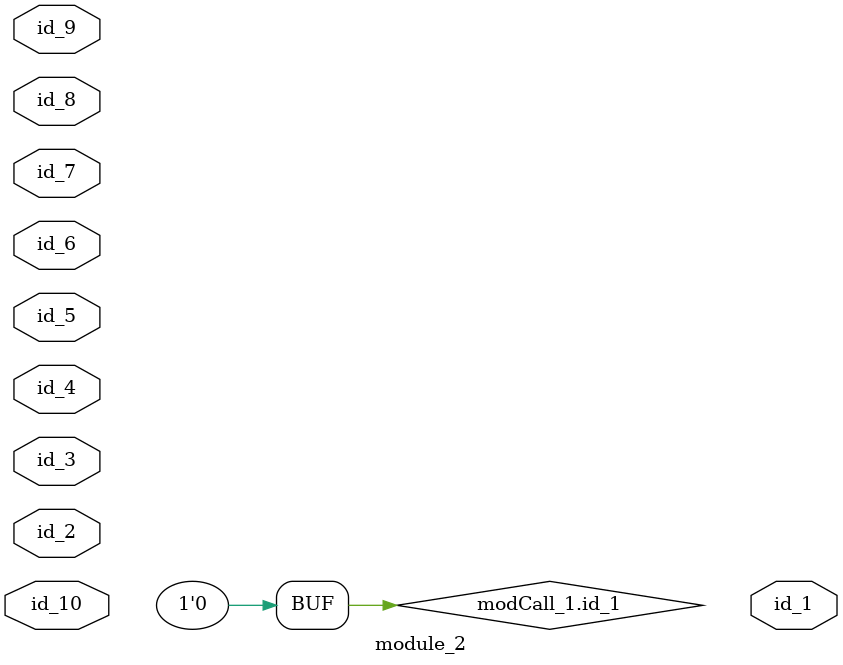
<source format=v>
module module_0;
  wand id_1 = (1);
endmodule
module module_1 (
    id_1,
    id_2,
    id_3,
    id_4,
    id_5
);
  inout wire id_5;
  input wire id_4;
  input wire id_3;
  inout wire id_2;
  output wire id_1;
  assign id_2 = id_5;
  assign id_5 = 1'h0;
  module_0 modCall_1 ();
  assign modCall_1.type_2 = 0;
endmodule
module module_2 (
    id_1,
    id_2,
    id_3,
    id_4,
    id_5,
    id_6,
    id_7,
    id_8,
    id_9,
    id_10
);
  inout wire id_10;
  input wire id_9;
  input wire id_8;
  inout wire id_7;
  input wire id_6;
  input wire id_5;
  inout wire id_4;
  input wire id_3;
  inout wire id_2;
  output wire id_1;
  wire id_11;
  module_0 modCall_1 ();
  assign modCall_1.id_1 = 0;
endmodule

</source>
